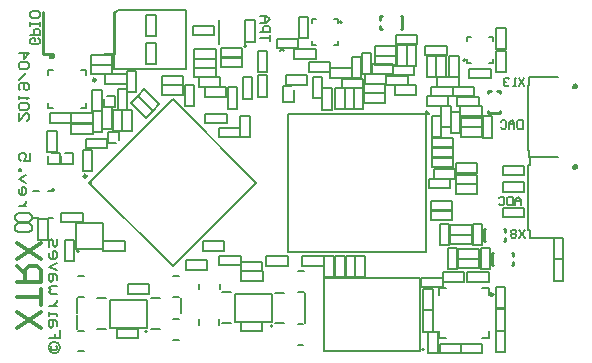
<source format=gbo>
G04*
G04 #@! TF.GenerationSoftware,Altium Limited,Altium Designer,19.0.15 (446)*
G04*
G04 Layer_Color=9555144*
%FSLAX24Y24*%
%MOIN*%
G70*
G01*
G75*
%ADD11C,0.0098*%
%ADD13C,0.0059*%
%ADD14C,0.0100*%
%ADD15C,0.0079*%
%ADD16C,0.0060*%
%ADD17C,0.0080*%
%ADD18C,0.0138*%
%ADD122C,0.0200*%
G36*
X37736Y41493D02*
Y41637D01*
X37665Y41565D01*
X37736Y41493D01*
D02*
G37*
G54D11*
X51122Y37845D02*
G03*
X51122Y37845I-49J0D01*
G01*
X37874Y45000D02*
G03*
X37874Y45000I-49J0D01*
G01*
X37575Y41788D02*
G03*
X37575Y41788I-49J0D01*
G01*
G54D13*
X36690Y36073D02*
G03*
X36690Y36073I-194J0D01*
G01*
X52047Y40827D02*
Y41011D01*
X51955Y41102D01*
X51864Y41011D01*
Y40827D01*
Y40965D01*
X52047D01*
X51772Y41102D02*
Y40827D01*
X51634D01*
X51588Y40873D01*
Y41056D01*
X51634Y41102D01*
X51772D01*
X51313Y41056D02*
X51358Y41102D01*
X51450D01*
X51496Y41056D01*
Y40873D01*
X51450Y40827D01*
X51358D01*
X51313Y40873D01*
X52106Y43650D02*
Y43374D01*
X51969D01*
X51923Y43420D01*
Y43604D01*
X51969Y43650D01*
X52106D01*
X51831Y43374D02*
Y43558D01*
X51739Y43650D01*
X51647Y43558D01*
Y43374D01*
Y43512D01*
X51831D01*
X51372Y43604D02*
X51418Y43650D01*
X51509D01*
X51555Y43604D01*
Y43420D01*
X51509Y43374D01*
X51418D01*
X51372Y43420D01*
X36562Y36135D02*
X36594Y36102D01*
Y36037D01*
X36562Y36004D01*
X36430D01*
X36398Y36037D01*
Y36102D01*
X36430Y36135D01*
X52165Y45069D02*
X51982Y44793D01*
Y45069D02*
X52165Y44793D01*
X51890D02*
X51798D01*
X51844D01*
Y45069D01*
X51890Y45023D01*
X51660D02*
X51614Y45069D01*
X51523D01*
X51477Y45023D01*
Y44977D01*
X51523Y44931D01*
X51568D01*
X51523D01*
X51477Y44885D01*
Y44839D01*
X51523Y44793D01*
X51614D01*
X51660Y44839D01*
X43671Y46280D02*
Y46490D01*
Y46385D01*
X43356D01*
Y46595D02*
X43671D01*
Y46752D01*
X43619Y46804D01*
X43514D01*
X43461Y46752D01*
Y46595D01*
X43356Y46909D02*
X43566D01*
X43671Y47014D01*
X43566Y47119D01*
X43356D01*
X43514D01*
Y46909D01*
X52175Y40010D02*
X51992Y39734D01*
Y40010D02*
X52175Y39734D01*
X51900Y39964D02*
X51854Y40010D01*
X51762D01*
X51716Y39964D01*
Y39918D01*
X51762Y39872D01*
X51716Y39826D01*
Y39780D01*
X51762Y39734D01*
X51854D01*
X51900Y39780D01*
Y39826D01*
X51854Y39872D01*
X51900Y39918D01*
Y39964D01*
X51854Y39872D02*
X51762D01*
G54D14*
X51536Y39631D02*
Y39739D01*
Y39936D02*
Y40044D01*
X51486Y39631D02*
X51536D01*
X51486Y40044D02*
X51536D01*
X50807Y39631D02*
X50856D01*
X50807D02*
Y40044D01*
X50856D01*
X47362Y47008D02*
Y47116D01*
Y46703D02*
Y46811D01*
Y47116D02*
X47411D01*
X47362Y46703D02*
X47411D01*
X48041Y47116D02*
X48091D01*
Y46703D02*
Y47116D01*
X48041Y46703D02*
X48091D01*
X51260Y44626D02*
X51368D01*
X50955D02*
X51063D01*
X51368Y44577D02*
Y44626D01*
X50955Y44577D02*
Y44626D01*
X51368Y43898D02*
Y43947D01*
X50955Y43898D02*
X51368D01*
X50955D02*
Y43947D01*
X51800Y38823D02*
Y38931D01*
Y39128D02*
Y39236D01*
X51751Y38823D02*
X51800D01*
X51751Y39236D02*
X51800D01*
X51072Y38823D02*
X51121D01*
X51072D02*
Y39236D01*
X51121D01*
X36124Y45847D02*
Y47264D01*
Y45847D02*
X36469D01*
X38142D02*
X38486D01*
Y47264D01*
G54D15*
X36496Y41329D02*
G03*
X36496Y41329I-39J0D01*
G01*
X42904Y46122D02*
G03*
X42904Y46122I-39J0D01*
G01*
X39587Y36614D02*
G03*
X39587Y36614I-39J0D01*
G01*
X43770Y36791D02*
G03*
X43770Y36791I-39J0D01*
G01*
X48819Y36014D02*
G03*
X48819Y36014I-39J0D01*
G01*
X37313Y39282D02*
G03*
X37313Y39282I-39J0D01*
G01*
X50197Y45660D02*
G03*
X50197Y45660I-39J0D01*
G01*
X46083Y46919D02*
G03*
X46083Y46919I-39J0D01*
G01*
X48819Y36014D02*
G03*
X48819Y36014I-39J0D01*
G01*
X50974Y36408D02*
Y36634D01*
X50748Y36408D02*
X50974D01*
X49321D02*
X49547D01*
X49321D02*
Y36634D01*
Y37835D02*
Y38061D01*
X49547D01*
X50748D02*
X50974D01*
Y37835D02*
Y38061D01*
X52273Y42677D02*
X52332D01*
X52273Y44843D02*
X52332D01*
Y42421D02*
Y42677D01*
Y44843D02*
Y45099D01*
Y42421D02*
X53287D01*
X52273Y42677D02*
Y44843D01*
X52332Y45099D02*
X53287D01*
X38140Y44095D02*
Y44360D01*
X38248Y44469D02*
X38514D01*
Y44095D02*
Y44469D01*
X38140Y44095D02*
X38514D01*
X38648Y42992D02*
Y43258D01*
X38274Y42884D02*
X38540D01*
X38274D02*
Y43258D01*
X38648D01*
X36270Y41289D02*
X36467D01*
X35778D02*
X35974D01*
X36270Y40384D02*
X36467D01*
X35778D02*
X35974D01*
X41988Y46211D02*
Y46998D01*
X42854Y46211D02*
Y46998D01*
X52337Y42412D02*
X53291D01*
X52278Y39990D02*
Y42156D01*
X52337Y39734D02*
X53291D01*
X52337Y42156D02*
Y42412D01*
Y39734D02*
Y39990D01*
X52278Y42156D02*
X52337D01*
X52278Y39990D02*
X52337D01*
X39587Y36742D02*
Y37667D01*
X38366Y36742D02*
X39587D01*
X38366D02*
Y37667D01*
X39587D01*
X42520Y37854D02*
X43740D01*
X42520Y36929D02*
Y37854D01*
Y36929D02*
X43740D01*
Y37854D01*
X48701Y35955D02*
Y38396D01*
X45472Y35955D02*
X48701D01*
X45472D02*
Y38396D01*
X48701D01*
X37224Y39351D02*
X38110D01*
X37224D02*
Y40236D01*
X38110D01*
Y39351D02*
Y40236D01*
X37392Y45335D02*
X37549D01*
Y45177D02*
Y45335D01*
X37392Y44075D02*
X37549D01*
Y44232D01*
X36289Y44075D02*
Y44232D01*
Y44075D02*
X36447D01*
X36289Y45335D02*
X36447D01*
X36289Y45177D02*
Y45335D01*
X44124Y44784D02*
X44390D01*
X44498Y44252D02*
Y44675D01*
X44124Y44252D02*
X44498D01*
X44124D02*
Y44784D01*
X50994Y45561D02*
X51122D01*
Y45689D01*
X50256Y45561D02*
X50384D01*
X50256D02*
Y45689D01*
Y46299D02*
Y46427D01*
X50384D01*
X50994D02*
X51122D01*
Y46299D02*
Y46427D01*
X45079Y46152D02*
Y46280D01*
Y46152D02*
X45207D01*
X45817D02*
X45945D01*
Y46280D01*
Y46890D02*
Y47018D01*
X45817D02*
X45945D01*
X45079Y46890D02*
Y47018D01*
X45207D01*
X36299Y42195D02*
X36673D01*
Y42569D01*
X36407D02*
X36673D01*
X36299Y42195D02*
Y42461D01*
X36732Y42195D02*
X37106D01*
Y42569D01*
X36841D02*
X37106D01*
X36732Y42195D02*
Y42461D01*
X48701Y35955D02*
Y38396D01*
X45472Y35955D02*
X48701D01*
X45472D02*
Y38396D01*
X48701D01*
X48878Y43967D02*
X48976Y43868D01*
X44272D02*
X48976D01*
X48878Y39262D02*
Y43967D01*
X44272Y39262D02*
X48878D01*
X44272D02*
Y43868D01*
X37736Y41493D02*
Y41637D01*
X37665Y41565D02*
X40448Y44349D01*
Y38781D02*
X43232Y41565D01*
X37665Y41565D02*
X40448Y38781D01*
Y44349D02*
X43232Y41565D01*
X38632Y47333D02*
X40896D01*
X38494Y47195D02*
X38632Y47333D01*
X38494Y45364D02*
Y47195D01*
X40896Y45364D02*
Y47333D01*
X38494Y45364D02*
X40896D01*
X36703Y36650D02*
Y36388D01*
X36506D01*
Y36519D01*
Y36388D01*
X36309D01*
X35961Y46391D02*
X36014Y46339D01*
Y46234D01*
X35961Y46181D01*
X35751D01*
X35699Y46234D01*
Y46339D01*
X35751Y46391D01*
X35856D01*
Y46286D01*
X35699Y46496D02*
X36014D01*
Y46653D01*
X35961Y46706D01*
X35856D01*
X35804Y46653D01*
Y46496D01*
X36014Y46811D02*
Y46916D01*
Y46863D01*
X35699D01*
Y46811D01*
Y46916D01*
X36014Y47231D02*
Y47126D01*
X35961Y47073D01*
X35751D01*
X35699Y47126D01*
Y47231D01*
X35751Y47283D01*
X35961D01*
X36014Y47231D01*
X35568Y40778D02*
X35305D01*
X35436D01*
X35502Y40843D01*
X35568Y40909D01*
Y40974D01*
X35305Y41368D02*
Y41237D01*
X35371Y41171D01*
X35502D01*
X35568Y41237D01*
Y41368D01*
X35502Y41434D01*
X35436D01*
Y41171D01*
X35568Y41565D02*
X35305Y41696D01*
X35568Y41827D01*
X35305Y41958D02*
X35371D01*
Y42024D01*
X35305D01*
Y41958D01*
X35699Y42549D02*
Y42286D01*
X35502D01*
X35568Y42418D01*
Y42483D01*
X35502Y42549D01*
X35371D01*
X35305Y42483D01*
Y42352D01*
X35371Y42286D01*
X35305Y43878D02*
Y43642D01*
X35541Y43878D01*
X35600D01*
X35659Y43819D01*
Y43701D01*
X35600Y43642D01*
Y43996D02*
X35659Y44055D01*
Y44173D01*
X35600Y44232D01*
X35364D01*
X35305Y44173D01*
Y44055D01*
X35364Y43996D01*
X35600D01*
X35305Y44350D02*
Y44468D01*
Y44409D01*
X35659D01*
X35600Y44350D01*
X35364Y44645D02*
X35305Y44704D01*
Y44823D01*
X35364Y44882D01*
X35600D01*
X35659Y44823D01*
Y44704D01*
X35600Y44645D01*
X35541D01*
X35482Y44704D01*
Y44882D01*
X35305Y45000D02*
X35541Y45236D01*
X35600Y45354D02*
X35659Y45413D01*
Y45531D01*
X35600Y45590D01*
X35364D01*
X35305Y45531D01*
Y45413D01*
X35364Y45354D01*
X35600D01*
X35305Y45885D02*
X35659D01*
X35482Y45708D01*
Y45944D01*
X36571Y36808D02*
Y36939D01*
X36506Y37005D01*
X36309D01*
Y36808D01*
X36375Y36742D01*
X36440Y36808D01*
Y37005D01*
X36309Y37136D02*
Y37267D01*
Y37201D01*
X36571D01*
Y37136D01*
Y37464D02*
X36309D01*
X36440D01*
X36506Y37529D01*
X36571Y37595D01*
Y37661D01*
Y37857D02*
X36375D01*
X36309Y37923D01*
X36375Y37989D01*
X36309Y38054D01*
X36375Y38120D01*
X36571D01*
Y38317D02*
Y38448D01*
X36506Y38513D01*
X36309D01*
Y38317D01*
X36375Y38251D01*
X36440Y38317D01*
Y38513D01*
X36571Y38645D02*
X36309Y38776D01*
X36571Y38907D01*
X36309Y39235D02*
Y39104D01*
X36375Y39038D01*
X36506D01*
X36571Y39104D01*
Y39235D01*
X36506Y39300D01*
X36440D01*
Y39038D01*
X36309Y39432D02*
Y39628D01*
X36375Y39694D01*
X36440Y39628D01*
Y39497D01*
X36506Y39432D01*
X36571Y39497D01*
Y39694D01*
G54D16*
X37539Y42726D02*
Y43041D01*
Y42726D02*
X38248D01*
Y43041D01*
X37539D02*
X38248D01*
X45699Y45384D02*
X46407D01*
Y45069D02*
Y45384D01*
X45699Y45069D02*
X46407D01*
X45699D02*
Y45384D01*
X37756Y41969D02*
Y42677D01*
X37441Y41969D02*
X37756D01*
X37441D02*
Y42677D01*
X37756D01*
X35965Y39665D02*
X36280D01*
Y40374D01*
X35965D02*
X36280D01*
X35965Y39665D02*
Y40374D01*
X42760Y45412D02*
Y45727D01*
X42051D02*
X42760D01*
X42051Y45412D02*
Y45727D01*
Y45412D02*
X42760D01*
X42051Y46062D02*
X42760D01*
Y45747D02*
Y46062D01*
X42051Y45747D02*
X42760D01*
X42051D02*
Y46062D01*
X42864Y46270D02*
Y46978D01*
X43179D01*
Y46270D02*
Y46978D01*
X42864Y46270D02*
X43179D01*
X42697Y43789D02*
X43012D01*
X42697Y43081D02*
Y43789D01*
Y43081D02*
X43012D01*
Y43789D01*
X42697Y43078D02*
Y43393D01*
X41988D02*
X42697D01*
X41988Y43078D02*
Y43393D01*
Y43078D02*
X42697D01*
X51437Y41821D02*
Y42136D01*
Y41821D02*
X52146D01*
Y42136D01*
X51437D02*
X52146D01*
X52146Y41270D02*
Y41585D01*
X51437D02*
X52146D01*
X51437Y41270D02*
Y41585D01*
Y41270D02*
X52146D01*
Y40413D02*
Y40728D01*
X51437D02*
X52146D01*
X51437Y40413D02*
Y40728D01*
Y40413D02*
X52146D01*
X46811Y44557D02*
X47520D01*
X46811D02*
Y44872D01*
X47520D01*
Y44557D02*
Y44872D01*
X49262Y44764D02*
X49970D01*
X49262D02*
Y45079D01*
X49970D01*
Y44764D02*
Y45079D01*
X46811Y44242D02*
X47520D01*
X46811D02*
Y44557D01*
X47520D01*
Y44242D02*
Y44557D01*
X49065Y44449D02*
X49774D01*
X49065D02*
Y44764D01*
X49774D01*
Y44449D02*
Y44764D01*
X47569Y44813D02*
Y45128D01*
Y44813D02*
X48278D01*
Y45128D01*
X47569D02*
X48278D01*
X49400Y44134D02*
X49715D01*
X49400Y43425D02*
Y44134D01*
Y43425D02*
X49715D01*
Y44134D01*
X47785Y45148D02*
Y45463D01*
Y45148D02*
X48494D01*
Y45463D01*
X47785D02*
X48494D01*
X49715Y43937D02*
X50030D01*
X49715Y43228D02*
Y43937D01*
Y43228D02*
X50030D01*
Y43937D01*
X48976Y41378D02*
Y41693D01*
Y41378D02*
X49685D01*
Y41693D01*
X48976D02*
X49685D01*
X51526Y36644D02*
Y37352D01*
X51211Y36644D02*
X51526D01*
X51211D02*
Y37352D01*
X51526D01*
Y37392D02*
Y38101D01*
X51211Y37392D02*
X51526D01*
X51211D02*
Y38101D01*
X51526D01*
X48789Y37323D02*
X49104D01*
Y38032D01*
X48789D02*
X49104D01*
X48789Y37323D02*
Y38032D01*
Y37313D02*
X49104D01*
X48789Y36604D02*
Y37313D01*
Y36604D02*
X49104D01*
Y37313D01*
X50974Y38268D02*
Y38583D01*
X50266D02*
X50974D01*
X50266Y38268D02*
Y38583D01*
Y38268D02*
X50974D01*
X50049Y35896D02*
Y36211D01*
Y35896D02*
X50758D01*
Y36211D01*
X50049D02*
X50758D01*
X41161Y45394D02*
X41870D01*
Y45079D02*
Y45394D01*
X41161Y45079D02*
X41870D01*
X41161D02*
Y45394D01*
X48967Y35896D02*
X49282D01*
Y36604D01*
X48967D02*
X49282D01*
X48967Y35896D02*
Y36604D01*
X49341Y35896D02*
Y36211D01*
Y35896D02*
X50049D01*
Y36211D01*
X49341D02*
X50049D01*
X46407Y45059D02*
X46722D01*
Y45768D01*
X46407D02*
X46722D01*
X46407Y45059D02*
Y45768D01*
X51211Y35935D02*
X51526D01*
Y36644D01*
X51211D02*
X51526D01*
X51211Y35935D02*
Y36644D01*
X46742Y45187D02*
Y45896D01*
X47057D01*
Y45187D02*
Y45896D01*
X46742Y45187D02*
X47057D01*
X49439Y38081D02*
Y38396D01*
X48730D02*
X49439D01*
X48730Y38081D02*
Y38396D01*
Y38081D02*
X49439D01*
X49449Y38268D02*
Y38583D01*
Y38268D02*
X50157D01*
Y38583D01*
X49449D02*
X50157D01*
X41998Y36831D02*
Y37028D01*
X41309Y36831D02*
Y37028D01*
X42018Y38012D02*
Y38209D01*
X41329Y38012D02*
Y38209D01*
X44606Y36171D02*
X44803D01*
X44606Y36860D02*
X44803D01*
X44616Y37943D02*
X44813D01*
X44616Y38632D02*
X44813D01*
X39291Y36388D02*
Y36703D01*
X38583D02*
X39291D01*
X38583Y36388D02*
Y36703D01*
Y36388D02*
X39291D01*
X37303Y38465D02*
X37500D01*
X37303Y37776D02*
X37500D01*
X37303Y36634D02*
X37500D01*
X37303Y35945D02*
X37500D01*
X40453Y37776D02*
X40650D01*
X40453Y38465D02*
X40650D01*
X40453Y36339D02*
X40650D01*
X40453Y37028D02*
X40650D01*
X43415Y36624D02*
Y36939D01*
X42707D02*
X43415D01*
X42707Y36624D02*
Y36939D01*
Y36624D02*
X43415D01*
X37776Y43967D02*
X38091D01*
X37776Y43258D02*
Y43967D01*
Y43258D02*
X38091D01*
Y43967D01*
X45856Y44016D02*
X46171D01*
Y44725D01*
X45856D02*
X46171D01*
X45856Y44016D02*
Y44725D01*
X50591Y41900D02*
Y42215D01*
X49882D02*
X50591D01*
X49882Y41900D02*
Y42215D01*
Y41900D02*
X50591D01*
X49862Y41703D02*
Y42018D01*
X49154D02*
X49862D01*
X49154Y41703D02*
Y42018D01*
Y41703D02*
X49862D01*
X45108Y45108D02*
X45423D01*
X45108Y44400D02*
Y45108D01*
Y44400D02*
X45423D01*
Y45108D01*
X49882Y41201D02*
X50591D01*
X49882D02*
Y41516D01*
X50591D01*
Y41201D02*
Y41516D01*
X44646Y46378D02*
X44961D01*
Y47087D01*
X44646D02*
X44961D01*
X44646Y46378D02*
Y47087D01*
X35187Y40345D02*
Y40463D01*
X35276Y40551D01*
X35276Y40256D02*
X35669D01*
X35758Y40345D01*
X35276Y40551D02*
X35669D01*
X35758Y40463D01*
Y40345D02*
Y40463D01*
X35187Y40345D02*
X35276Y40256D01*
X38130Y39301D02*
Y39616D01*
Y39301D02*
X38839D01*
Y39616D01*
X38130D02*
X38839D01*
X36841Y39675D02*
X37156D01*
X36841Y38967D02*
Y39675D01*
Y38967D02*
X37156D01*
Y39675D01*
X37047Y43563D02*
Y43878D01*
X36339D02*
X37047D01*
X36339Y43563D02*
Y43878D01*
Y43563D02*
X37047D01*
X37776D02*
Y43878D01*
X37067D02*
X37776D01*
X37067Y43563D02*
Y43878D01*
Y43563D02*
X37776D01*
X37756Y43967D02*
X38071D01*
Y44675D01*
X37756D02*
X38071D01*
X37756Y43967D02*
Y44675D01*
X50758Y43425D02*
Y43740D01*
X50049D02*
X50758D01*
X50049Y43425D02*
Y43740D01*
Y43425D02*
X50758D01*
X50778Y43780D02*
X51093D01*
X50778Y43071D02*
Y43780D01*
Y43071D02*
X51093D01*
Y43780D01*
X50443Y39488D02*
X50758D01*
Y40197D01*
X50443D02*
X50758D01*
X50443Y39488D02*
Y40197D01*
X49697Y39529D02*
Y39844D01*
Y39529D02*
X50405D01*
Y39844D01*
X49697D02*
X50405D01*
X49695Y39843D02*
Y40158D01*
Y39843D02*
X50404D01*
Y40158D01*
X49695D02*
X50404D01*
X49341Y39488D02*
X49656D01*
Y40197D01*
X49341D02*
X49656D01*
X49341Y39488D02*
Y40197D01*
X43435Y38622D02*
Y38937D01*
X42726D02*
X43435D01*
X42726Y38622D02*
Y38937D01*
Y38622D02*
X43435D01*
X45423Y44715D02*
X45738D01*
X45423Y44006D02*
Y44715D01*
Y44006D02*
X45738D01*
Y44715D01*
X39222Y44597D02*
Y45305D01*
X38907Y44597D02*
X39222D01*
X38907D02*
Y45305D01*
X39222D01*
X39872Y45512D02*
Y46221D01*
X39557Y45512D02*
X39872D01*
X39557D02*
Y46221D01*
X39872D01*
X37717Y45502D02*
X38425D01*
X37717D02*
Y45817D01*
X38425D01*
Y45502D02*
Y45817D01*
X39872Y46447D02*
Y47156D01*
X39557Y46447D02*
X39872D01*
X39557D02*
Y47156D01*
X39872D01*
X38612Y43986D02*
Y44695D01*
X38927D01*
Y43986D02*
Y44695D01*
X38612Y43986D02*
X38927D01*
X37717Y45502D02*
X38425D01*
Y45187D02*
Y45502D01*
X37717Y45187D02*
X38425D01*
X37717D02*
Y45502D01*
X38199Y44872D02*
X38907D01*
X38199D02*
Y45187D01*
X38907D01*
Y44872D02*
Y45187D01*
X48868Y45827D02*
X49577D01*
X48868D02*
Y46142D01*
X49577D01*
Y45827D02*
Y46142D01*
X36732Y40571D02*
X37441D01*
Y40256D02*
Y40571D01*
X36732Y40256D02*
X37441D01*
X36732D02*
Y40571D01*
X37067Y43514D02*
X37776D01*
Y43199D02*
Y43514D01*
X37067Y43199D02*
X37776D01*
X37067D02*
Y43514D01*
X41122Y46496D02*
X41831D01*
X41122D02*
Y46811D01*
X41831D01*
Y46496D02*
Y46811D01*
X43927Y46368D02*
X44636D01*
Y46053D02*
Y46368D01*
X43927Y46053D02*
X44636D01*
X43927D02*
Y46368D01*
X44006Y45965D02*
X44085Y46043D01*
X44085D02*
X44163Y45965D01*
X43278Y44439D02*
Y45148D01*
X43593D01*
Y44439D02*
Y45148D01*
X43278Y44439D02*
X43593D01*
X41516Y44439D02*
X42224D01*
X41516D02*
Y44754D01*
X42224D01*
Y44439D02*
Y44754D01*
X43278Y45256D02*
Y45965D01*
X43593D01*
Y45256D02*
Y45965D01*
X43278Y45256D02*
X43593D01*
X43563Y39114D02*
X44272D01*
Y38799D02*
Y39114D01*
X43563Y38799D02*
X44272D01*
X43563D02*
Y39114D01*
X42736Y38622D02*
X43445D01*
Y38307D02*
Y38622D01*
X42736Y38307D02*
X43445D01*
X42736D02*
Y38622D01*
X41998Y39144D02*
X42707D01*
Y38829D02*
Y39144D01*
X41998Y38829D02*
X42707D01*
X41998D02*
Y39144D01*
X49085Y42412D02*
X49793D01*
X49085D02*
Y42726D01*
X49793D01*
Y42412D02*
Y42726D01*
X49085Y42087D02*
X49793D01*
X49085D02*
Y42402D01*
X49793D01*
Y42087D02*
Y42402D01*
X46486Y44016D02*
Y44725D01*
X46801D01*
Y44016D02*
Y44725D01*
X46486Y44016D02*
X46801D01*
X46171D02*
Y44725D01*
X46486D01*
Y44016D02*
Y44725D01*
X46171Y44016D02*
X46486D01*
X45817Y38415D02*
Y39124D01*
X45502Y38415D02*
X45817D01*
X45502D02*
Y39124D01*
X45817D01*
X46171Y38415D02*
Y39124D01*
X45856Y38415D02*
X46171D01*
X45856D02*
Y39124D01*
X46171D01*
X46841Y38415D02*
Y39124D01*
X46526Y38415D02*
X46841D01*
X46526D02*
Y39124D01*
X46841D01*
X44764Y38809D02*
X45472D01*
X44764D02*
Y39124D01*
X45472D01*
Y38809D02*
Y39124D01*
X49045Y40640D02*
X49754D01*
Y40325D02*
Y40640D01*
X49045Y40325D02*
X49754D01*
X49045D02*
Y40640D01*
X48907Y44134D02*
X49616D01*
X48907D02*
Y44449D01*
X49616D01*
Y44134D02*
Y44449D01*
X44222Y45148D02*
X44931D01*
Y44833D02*
Y45148D01*
X44222Y44833D02*
X44931D01*
X44222D02*
Y45148D01*
X49222Y45099D02*
Y45807D01*
X49537D01*
Y45099D02*
Y45807D01*
X49222Y45099D02*
X49537D01*
X48907D02*
Y45807D01*
X49222D01*
Y45099D02*
Y45807D01*
X48907Y45099D02*
X49222D01*
X49774Y44764D02*
X50482D01*
Y44449D02*
Y44764D01*
X49774Y44449D02*
X50482D01*
X49774D02*
Y44764D01*
X49656Y45099D02*
Y45807D01*
X49970D01*
Y45099D02*
Y45807D01*
X49656Y45099D02*
X49970D01*
X41447Y39616D02*
X42156D01*
Y39301D02*
Y39616D01*
X41447Y39301D02*
X42156D01*
X41447D02*
Y39616D01*
X41535Y43553D02*
X42244D01*
X41535D02*
Y43868D01*
X42244D01*
Y43553D02*
Y43868D01*
X41161Y44124D02*
Y44833D01*
X40846Y44124D02*
X41161D01*
X40846D02*
Y44833D01*
X41161D01*
X42272Y44044D02*
Y44752D01*
X42587D01*
Y44044D02*
Y44752D01*
X42272Y44044D02*
X42587D01*
X40089Y44823D02*
X40797D01*
X40089D02*
Y45138D01*
X40797D01*
Y44823D02*
Y45138D01*
X40089Y44508D02*
X40797D01*
X40089D02*
Y44823D01*
X40797D01*
Y44508D02*
Y44823D01*
X50049Y43110D02*
X50758D01*
X50049D02*
Y43425D01*
X50758D01*
Y43110D02*
Y43425D01*
X49400Y43091D02*
Y43799D01*
X49085Y43091D02*
X49400D01*
X49085D02*
Y43799D01*
X49400D01*
X49931Y44429D02*
X50640D01*
Y44114D02*
Y44429D01*
X49931Y44114D02*
X50640D01*
X49931D02*
Y44429D01*
X50030Y43799D02*
X50738D01*
X50030D02*
Y44114D01*
X50738D01*
Y43799D02*
Y44114D01*
X47077Y45197D02*
X47785D01*
X47077D02*
Y45512D01*
X47785D01*
Y45197D02*
Y45512D01*
X47188Y45807D02*
X47897D01*
Y45492D02*
Y45807D01*
X47188Y45492D02*
X47897D01*
X47188D02*
Y45807D01*
X47884Y46191D02*
X48593D01*
X47884D02*
Y46506D01*
X48593D01*
Y46191D02*
Y46506D01*
X48238Y45463D02*
Y46171D01*
X47923Y45463D02*
X48238D01*
X47923D02*
Y46171D01*
X48238D01*
X48553Y45463D02*
Y46171D01*
X48238Y45463D02*
X48553D01*
X48238D02*
Y46171D01*
X48553D01*
X47854Y44498D02*
X48563D01*
X47854D02*
Y44813D01*
X48563D01*
Y44498D02*
Y44813D01*
X41161Y45709D02*
X41870D01*
X41161D02*
Y46024D01*
X41870D01*
Y45709D02*
Y46024D01*
X45699Y45266D02*
Y45581D01*
X44990D02*
X45699D01*
X44990Y45266D02*
Y45581D01*
Y45266D02*
X45699D01*
X39275Y44459D02*
X39776Y43958D01*
X39275Y44459D02*
X39498Y44681D01*
X39999Y44180D01*
X39776Y43958D02*
X39999Y44180D01*
X38760Y43288D02*
Y43996D01*
X39075D01*
Y43288D02*
Y43996D01*
X38760Y43288D02*
X39075D01*
X38445D02*
Y43996D01*
X38760D01*
Y43288D02*
Y43996D01*
X38445Y43288D02*
X38760D01*
X39056Y44235D02*
X39557Y43734D01*
X39056Y44235D02*
X39279Y44458D01*
X39780Y43957D01*
X39557Y43734D02*
X39780Y43957D01*
X38415Y43376D02*
Y44085D01*
X38100Y43376D02*
X38415D01*
X38100D02*
Y44085D01*
X38415D01*
X41161Y45394D02*
X41870D01*
X41161D02*
Y45709D01*
X41870D01*
Y45394D02*
Y45709D01*
X46860Y44872D02*
X47569D01*
X46860D02*
Y45187D01*
X47569D01*
Y44872D02*
Y45187D01*
X47185Y45807D02*
X47894D01*
X47185D02*
Y46122D01*
X47894D01*
Y45807D02*
Y46122D01*
X51230Y45955D02*
X51545D01*
X51230Y45246D02*
Y45955D01*
Y45246D02*
X51545D01*
Y45955D01*
X50708Y38680D02*
X51023D01*
Y39389D01*
X50708D02*
X51023D01*
X50708Y38680D02*
Y39389D01*
X49960Y38715D02*
Y39030D01*
Y38715D02*
X50668D01*
Y39030D01*
X49960D02*
X50668D01*
X49960D02*
Y39345D01*
Y39030D02*
X50668D01*
Y39345D01*
X49960D02*
X50668D01*
X49605Y38680D02*
X49920D01*
Y39389D01*
X49605D02*
X49920D01*
X49605Y38680D02*
Y39389D01*
X44498Y45699D02*
Y46014D01*
Y45699D02*
X45207D01*
Y46014D01*
X44498D02*
X45207D01*
X51230Y46742D02*
X51545D01*
X51230Y46034D02*
Y46742D01*
Y46034D02*
X51545D01*
Y46742D01*
X38947Y37864D02*
X39656D01*
X38947D02*
Y38179D01*
X39656D01*
Y37864D02*
Y38179D01*
X41319Y44764D02*
X42028D01*
X41319D02*
Y45079D01*
X42028D01*
Y44764D02*
Y45079D01*
X49085Y42746D02*
X49793D01*
X49085D02*
Y43061D01*
X49793D01*
Y42746D02*
Y43061D01*
X50335Y45059D02*
X51043D01*
X50335D02*
Y45374D01*
X51043D01*
Y45059D02*
Y45374D01*
X53455Y39016D02*
Y39725D01*
X53140Y39016D02*
X53455D01*
X53140D02*
Y39725D01*
X53455D01*
X49045Y40660D02*
Y40975D01*
Y40660D02*
X49754D01*
Y40975D01*
X49045D02*
X49754D01*
X46093Y44725D02*
Y45039D01*
Y44725D02*
X46801D01*
Y45039D01*
X46093D02*
X46801D01*
X46211Y39124D02*
X46526D01*
X46211Y38415D02*
Y39124D01*
Y38415D02*
X46526D01*
Y39124D01*
X36575Y42579D02*
Y43288D01*
X36260Y42579D02*
X36575D01*
X36260D02*
Y43288D01*
X36575D01*
X49882Y41526D02*
X50591D01*
X49882D02*
Y41841D01*
X50591D01*
Y41526D02*
Y41841D01*
X53455Y38307D02*
Y39016D01*
X53140Y38307D02*
X53455D01*
X53140D02*
Y39016D01*
X53455D01*
X40886Y38671D02*
X41594D01*
X40886D02*
Y38986D01*
X41594D01*
Y38671D02*
Y38986D01*
X35187Y40010D02*
Y40128D01*
X35276Y40217D01*
X35276Y39921D02*
X35669D01*
X35758Y40010D01*
X35276Y40217D02*
X35669D01*
X35758Y40128D01*
Y40010D02*
Y40128D01*
X35187Y40010D02*
X35276Y39921D01*
X43100Y44370D02*
Y45079D01*
X42785Y44370D02*
X43100D01*
X42785D02*
Y45079D01*
X43100D01*
G54D17*
X44848Y37402D02*
Y37894D01*
Y36890D02*
Y37382D01*
X37249Y37234D02*
Y37726D01*
X42093Y37923D02*
X42393D01*
X42095Y36880D02*
X42395D01*
X43867D02*
X44167D01*
X43865Y37904D02*
X44165D01*
X37932Y36683D02*
X38232D01*
X37929Y37736D02*
X38229D01*
X39723Y36683D02*
X40023D01*
X39721Y37726D02*
X40021D01*
X37249Y36683D02*
Y37175D01*
X40704Y37234D02*
Y37726D01*
G54D18*
X36043Y37490D02*
Y38015D01*
Y37753D01*
X35256D01*
X36043Y36723D02*
X35256Y37247D01*
X36043D02*
X35256Y36723D01*
Y38258D02*
X36043D01*
Y38652D01*
X35912Y38783D01*
X35649D01*
X35518Y38652D01*
Y38258D01*
Y38520D02*
X35256Y38783D01*
X36043Y39026D02*
X35256Y39550D01*
X36043D02*
X35256Y39026D01*
G54D122*
X53861Y44784D02*
G03*
X53861Y44784I-13J0D01*
G01*
Y42097D02*
G03*
X53861Y42097I-13J0D01*
G01*
X36422Y45778D02*
G03*
X36422Y45778I-13J0D01*
G01*
M02*

</source>
